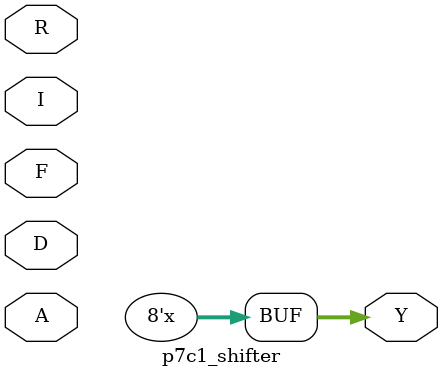
<source format=v>
`timescale 1ns / 1ps


module p7c1_shifter(
    input R,D,F,
    input [7:0] I,
    input [3:0] A, 
    output reg [7:0] Y
    );
    reg [23:0] Temp,Stored;
    always @(*)begin
        if (R == 0) Temp = {{8{F}},I,{8{F}}};
        else Temp = {I,I,I};
        
        Stored <= D ? Temp >> A : Temp << A;
        
        Y <= Stored[15:8];
    end
 
endmodule


</source>
